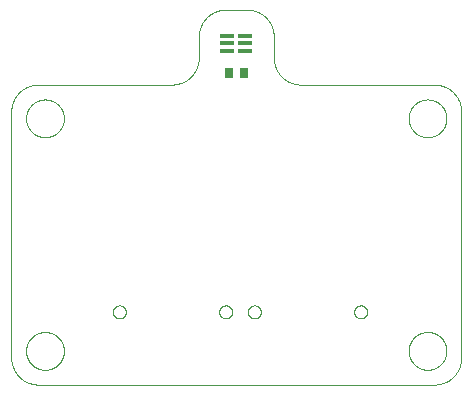
<source format=gbp>
G75*
%MOIN*%
%OFA0B0*%
%FSLAX25Y25*%
%IPPOS*%
%LPD*%
%AMOC8*
5,1,8,0,0,1.08239X$1,22.5*
%
%ADD10C,0.00000*%
%ADD11R,0.04724X0.01378*%
%ADD12R,0.02756X0.03543*%
D10*
X0014550Y0005550D02*
X0146550Y0005550D01*
X0146767Y0005553D01*
X0146985Y0005561D01*
X0147202Y0005574D01*
X0147419Y0005592D01*
X0147635Y0005616D01*
X0147850Y0005644D01*
X0148065Y0005678D01*
X0148279Y0005718D01*
X0148492Y0005762D01*
X0148704Y0005812D01*
X0148914Y0005866D01*
X0149124Y0005926D01*
X0149331Y0005990D01*
X0149537Y0006060D01*
X0149741Y0006135D01*
X0149944Y0006214D01*
X0150144Y0006299D01*
X0150343Y0006388D01*
X0150539Y0006482D01*
X0150733Y0006581D01*
X0150924Y0006684D01*
X0151113Y0006792D01*
X0151299Y0006905D01*
X0151482Y0007022D01*
X0151663Y0007143D01*
X0151840Y0007269D01*
X0152014Y0007399D01*
X0152186Y0007533D01*
X0152354Y0007671D01*
X0152518Y0007813D01*
X0152679Y0007960D01*
X0152837Y0008110D01*
X0152990Y0008263D01*
X0153140Y0008421D01*
X0153287Y0008582D01*
X0153429Y0008746D01*
X0153567Y0008914D01*
X0153701Y0009086D01*
X0153831Y0009260D01*
X0153957Y0009437D01*
X0154078Y0009618D01*
X0154195Y0009801D01*
X0154308Y0009987D01*
X0154416Y0010176D01*
X0154519Y0010367D01*
X0154618Y0010561D01*
X0154712Y0010757D01*
X0154801Y0010956D01*
X0154886Y0011156D01*
X0154965Y0011359D01*
X0155040Y0011563D01*
X0155110Y0011769D01*
X0155174Y0011976D01*
X0155234Y0012186D01*
X0155288Y0012396D01*
X0155338Y0012608D01*
X0155382Y0012821D01*
X0155422Y0013035D01*
X0155456Y0013250D01*
X0155484Y0013465D01*
X0155508Y0013681D01*
X0155526Y0013898D01*
X0155539Y0014115D01*
X0155547Y0014333D01*
X0155550Y0014550D01*
X0155550Y0096550D01*
X0155547Y0096767D01*
X0155539Y0096985D01*
X0155526Y0097202D01*
X0155508Y0097419D01*
X0155484Y0097635D01*
X0155456Y0097850D01*
X0155422Y0098065D01*
X0155382Y0098279D01*
X0155338Y0098492D01*
X0155288Y0098704D01*
X0155234Y0098914D01*
X0155174Y0099124D01*
X0155110Y0099331D01*
X0155040Y0099537D01*
X0154965Y0099741D01*
X0154886Y0099944D01*
X0154801Y0100144D01*
X0154712Y0100343D01*
X0154618Y0100539D01*
X0154519Y0100733D01*
X0154416Y0100924D01*
X0154308Y0101113D01*
X0154195Y0101299D01*
X0154078Y0101482D01*
X0153957Y0101663D01*
X0153831Y0101840D01*
X0153701Y0102014D01*
X0153567Y0102186D01*
X0153429Y0102354D01*
X0153287Y0102518D01*
X0153140Y0102679D01*
X0152990Y0102837D01*
X0152837Y0102990D01*
X0152679Y0103140D01*
X0152518Y0103287D01*
X0152354Y0103429D01*
X0152186Y0103567D01*
X0152014Y0103701D01*
X0151840Y0103831D01*
X0151663Y0103957D01*
X0151482Y0104078D01*
X0151299Y0104195D01*
X0151113Y0104308D01*
X0150924Y0104416D01*
X0150733Y0104519D01*
X0150539Y0104618D01*
X0150343Y0104712D01*
X0150144Y0104801D01*
X0149944Y0104886D01*
X0149741Y0104965D01*
X0149537Y0105040D01*
X0149331Y0105110D01*
X0149124Y0105174D01*
X0148914Y0105234D01*
X0148704Y0105288D01*
X0148492Y0105338D01*
X0148279Y0105382D01*
X0148065Y0105422D01*
X0147850Y0105456D01*
X0147635Y0105484D01*
X0147419Y0105508D01*
X0147202Y0105526D01*
X0146985Y0105539D01*
X0146767Y0105547D01*
X0146550Y0105550D01*
X0102050Y0105550D01*
X0101833Y0105553D01*
X0101615Y0105561D01*
X0101398Y0105574D01*
X0101181Y0105592D01*
X0100965Y0105616D01*
X0100750Y0105644D01*
X0100535Y0105678D01*
X0100321Y0105718D01*
X0100108Y0105762D01*
X0099896Y0105812D01*
X0099686Y0105866D01*
X0099476Y0105926D01*
X0099269Y0105990D01*
X0099063Y0106060D01*
X0098859Y0106135D01*
X0098656Y0106214D01*
X0098456Y0106299D01*
X0098257Y0106388D01*
X0098061Y0106482D01*
X0097867Y0106581D01*
X0097676Y0106684D01*
X0097487Y0106792D01*
X0097301Y0106905D01*
X0097118Y0107022D01*
X0096937Y0107143D01*
X0096760Y0107269D01*
X0096586Y0107399D01*
X0096414Y0107533D01*
X0096246Y0107671D01*
X0096082Y0107813D01*
X0095921Y0107960D01*
X0095763Y0108110D01*
X0095610Y0108263D01*
X0095460Y0108421D01*
X0095313Y0108582D01*
X0095171Y0108746D01*
X0095033Y0108914D01*
X0094899Y0109086D01*
X0094769Y0109260D01*
X0094643Y0109437D01*
X0094522Y0109618D01*
X0094405Y0109801D01*
X0094292Y0109987D01*
X0094184Y0110176D01*
X0094081Y0110367D01*
X0093982Y0110561D01*
X0093888Y0110757D01*
X0093799Y0110956D01*
X0093714Y0111156D01*
X0093635Y0111359D01*
X0093560Y0111563D01*
X0093490Y0111769D01*
X0093426Y0111976D01*
X0093366Y0112186D01*
X0093312Y0112396D01*
X0093262Y0112608D01*
X0093218Y0112821D01*
X0093178Y0113035D01*
X0093144Y0113250D01*
X0093116Y0113465D01*
X0093092Y0113681D01*
X0093074Y0113898D01*
X0093061Y0114115D01*
X0093053Y0114333D01*
X0093050Y0114550D01*
X0093050Y0121550D01*
X0093047Y0121767D01*
X0093039Y0121985D01*
X0093026Y0122202D01*
X0093008Y0122419D01*
X0092984Y0122635D01*
X0092956Y0122850D01*
X0092922Y0123065D01*
X0092882Y0123279D01*
X0092838Y0123492D01*
X0092788Y0123704D01*
X0092734Y0123914D01*
X0092674Y0124124D01*
X0092610Y0124331D01*
X0092540Y0124537D01*
X0092465Y0124741D01*
X0092386Y0124944D01*
X0092301Y0125144D01*
X0092212Y0125343D01*
X0092118Y0125539D01*
X0092019Y0125733D01*
X0091916Y0125924D01*
X0091808Y0126113D01*
X0091695Y0126299D01*
X0091578Y0126482D01*
X0091457Y0126663D01*
X0091331Y0126840D01*
X0091201Y0127014D01*
X0091067Y0127186D01*
X0090929Y0127354D01*
X0090787Y0127518D01*
X0090640Y0127679D01*
X0090490Y0127837D01*
X0090337Y0127990D01*
X0090179Y0128140D01*
X0090018Y0128287D01*
X0089854Y0128429D01*
X0089686Y0128567D01*
X0089514Y0128701D01*
X0089340Y0128831D01*
X0089163Y0128957D01*
X0088982Y0129078D01*
X0088799Y0129195D01*
X0088613Y0129308D01*
X0088424Y0129416D01*
X0088233Y0129519D01*
X0088039Y0129618D01*
X0087843Y0129712D01*
X0087644Y0129801D01*
X0087444Y0129886D01*
X0087241Y0129965D01*
X0087037Y0130040D01*
X0086831Y0130110D01*
X0086624Y0130174D01*
X0086414Y0130234D01*
X0086204Y0130288D01*
X0085992Y0130338D01*
X0085779Y0130382D01*
X0085565Y0130422D01*
X0085350Y0130456D01*
X0085135Y0130484D01*
X0084919Y0130508D01*
X0084702Y0130526D01*
X0084485Y0130539D01*
X0084267Y0130547D01*
X0084050Y0130550D01*
X0077050Y0130550D01*
X0076833Y0130547D01*
X0076615Y0130539D01*
X0076398Y0130526D01*
X0076181Y0130508D01*
X0075965Y0130484D01*
X0075750Y0130456D01*
X0075535Y0130422D01*
X0075321Y0130382D01*
X0075108Y0130338D01*
X0074896Y0130288D01*
X0074686Y0130234D01*
X0074476Y0130174D01*
X0074269Y0130110D01*
X0074063Y0130040D01*
X0073859Y0129965D01*
X0073656Y0129886D01*
X0073456Y0129801D01*
X0073257Y0129712D01*
X0073061Y0129618D01*
X0072867Y0129519D01*
X0072676Y0129416D01*
X0072487Y0129308D01*
X0072301Y0129195D01*
X0072118Y0129078D01*
X0071937Y0128957D01*
X0071760Y0128831D01*
X0071586Y0128701D01*
X0071414Y0128567D01*
X0071246Y0128429D01*
X0071082Y0128287D01*
X0070921Y0128140D01*
X0070763Y0127990D01*
X0070610Y0127837D01*
X0070460Y0127679D01*
X0070313Y0127518D01*
X0070171Y0127354D01*
X0070033Y0127186D01*
X0069899Y0127014D01*
X0069769Y0126840D01*
X0069643Y0126663D01*
X0069522Y0126482D01*
X0069405Y0126299D01*
X0069292Y0126113D01*
X0069184Y0125924D01*
X0069081Y0125733D01*
X0068982Y0125539D01*
X0068888Y0125343D01*
X0068799Y0125144D01*
X0068714Y0124944D01*
X0068635Y0124741D01*
X0068560Y0124537D01*
X0068490Y0124331D01*
X0068426Y0124124D01*
X0068366Y0123914D01*
X0068312Y0123704D01*
X0068262Y0123492D01*
X0068218Y0123279D01*
X0068178Y0123065D01*
X0068144Y0122850D01*
X0068116Y0122635D01*
X0068092Y0122419D01*
X0068074Y0122202D01*
X0068061Y0121985D01*
X0068053Y0121767D01*
X0068050Y0121550D01*
X0068050Y0114550D01*
X0068047Y0114333D01*
X0068039Y0114115D01*
X0068026Y0113898D01*
X0068008Y0113681D01*
X0067984Y0113465D01*
X0067956Y0113250D01*
X0067922Y0113035D01*
X0067882Y0112821D01*
X0067838Y0112608D01*
X0067788Y0112396D01*
X0067734Y0112186D01*
X0067674Y0111976D01*
X0067610Y0111769D01*
X0067540Y0111563D01*
X0067465Y0111359D01*
X0067386Y0111156D01*
X0067301Y0110956D01*
X0067212Y0110757D01*
X0067118Y0110561D01*
X0067019Y0110367D01*
X0066916Y0110176D01*
X0066808Y0109987D01*
X0066695Y0109801D01*
X0066578Y0109618D01*
X0066457Y0109437D01*
X0066331Y0109260D01*
X0066201Y0109086D01*
X0066067Y0108914D01*
X0065929Y0108746D01*
X0065787Y0108582D01*
X0065640Y0108421D01*
X0065490Y0108263D01*
X0065337Y0108110D01*
X0065179Y0107960D01*
X0065018Y0107813D01*
X0064854Y0107671D01*
X0064686Y0107533D01*
X0064514Y0107399D01*
X0064340Y0107269D01*
X0064163Y0107143D01*
X0063982Y0107022D01*
X0063799Y0106905D01*
X0063613Y0106792D01*
X0063424Y0106684D01*
X0063233Y0106581D01*
X0063039Y0106482D01*
X0062843Y0106388D01*
X0062644Y0106299D01*
X0062444Y0106214D01*
X0062241Y0106135D01*
X0062037Y0106060D01*
X0061831Y0105990D01*
X0061624Y0105926D01*
X0061414Y0105866D01*
X0061204Y0105812D01*
X0060992Y0105762D01*
X0060779Y0105718D01*
X0060565Y0105678D01*
X0060350Y0105644D01*
X0060135Y0105616D01*
X0059919Y0105592D01*
X0059702Y0105574D01*
X0059485Y0105561D01*
X0059267Y0105553D01*
X0059050Y0105550D01*
X0014550Y0105550D01*
X0014333Y0105547D01*
X0014115Y0105539D01*
X0013898Y0105526D01*
X0013681Y0105508D01*
X0013465Y0105484D01*
X0013250Y0105456D01*
X0013035Y0105422D01*
X0012821Y0105382D01*
X0012608Y0105338D01*
X0012396Y0105288D01*
X0012186Y0105234D01*
X0011976Y0105174D01*
X0011769Y0105110D01*
X0011563Y0105040D01*
X0011359Y0104965D01*
X0011156Y0104886D01*
X0010956Y0104801D01*
X0010757Y0104712D01*
X0010561Y0104618D01*
X0010367Y0104519D01*
X0010176Y0104416D01*
X0009987Y0104308D01*
X0009801Y0104195D01*
X0009618Y0104078D01*
X0009437Y0103957D01*
X0009260Y0103831D01*
X0009086Y0103701D01*
X0008914Y0103567D01*
X0008746Y0103429D01*
X0008582Y0103287D01*
X0008421Y0103140D01*
X0008263Y0102990D01*
X0008110Y0102837D01*
X0007960Y0102679D01*
X0007813Y0102518D01*
X0007671Y0102354D01*
X0007533Y0102186D01*
X0007399Y0102014D01*
X0007269Y0101840D01*
X0007143Y0101663D01*
X0007022Y0101482D01*
X0006905Y0101299D01*
X0006792Y0101113D01*
X0006684Y0100924D01*
X0006581Y0100733D01*
X0006482Y0100539D01*
X0006388Y0100343D01*
X0006299Y0100144D01*
X0006214Y0099944D01*
X0006135Y0099741D01*
X0006060Y0099537D01*
X0005990Y0099331D01*
X0005926Y0099124D01*
X0005866Y0098914D01*
X0005812Y0098704D01*
X0005762Y0098492D01*
X0005718Y0098279D01*
X0005678Y0098065D01*
X0005644Y0097850D01*
X0005616Y0097635D01*
X0005592Y0097419D01*
X0005574Y0097202D01*
X0005561Y0096985D01*
X0005553Y0096767D01*
X0005550Y0096550D01*
X0005550Y0014550D01*
X0005553Y0014333D01*
X0005561Y0014115D01*
X0005574Y0013898D01*
X0005592Y0013681D01*
X0005616Y0013465D01*
X0005644Y0013250D01*
X0005678Y0013035D01*
X0005718Y0012821D01*
X0005762Y0012608D01*
X0005812Y0012396D01*
X0005866Y0012186D01*
X0005926Y0011976D01*
X0005990Y0011769D01*
X0006060Y0011563D01*
X0006135Y0011359D01*
X0006214Y0011156D01*
X0006299Y0010956D01*
X0006388Y0010757D01*
X0006482Y0010561D01*
X0006581Y0010367D01*
X0006684Y0010176D01*
X0006792Y0009987D01*
X0006905Y0009801D01*
X0007022Y0009618D01*
X0007143Y0009437D01*
X0007269Y0009260D01*
X0007399Y0009086D01*
X0007533Y0008914D01*
X0007671Y0008746D01*
X0007813Y0008582D01*
X0007960Y0008421D01*
X0008110Y0008263D01*
X0008263Y0008110D01*
X0008421Y0007960D01*
X0008582Y0007813D01*
X0008746Y0007671D01*
X0008914Y0007533D01*
X0009086Y0007399D01*
X0009260Y0007269D01*
X0009437Y0007143D01*
X0009618Y0007022D01*
X0009801Y0006905D01*
X0009987Y0006792D01*
X0010176Y0006684D01*
X0010367Y0006581D01*
X0010561Y0006482D01*
X0010757Y0006388D01*
X0010956Y0006299D01*
X0011156Y0006214D01*
X0011359Y0006135D01*
X0011563Y0006060D01*
X0011769Y0005990D01*
X0011976Y0005926D01*
X0012186Y0005866D01*
X0012396Y0005812D01*
X0012608Y0005762D01*
X0012821Y0005718D01*
X0013035Y0005678D01*
X0013250Y0005644D01*
X0013465Y0005616D01*
X0013681Y0005592D01*
X0013898Y0005574D01*
X0014115Y0005561D01*
X0014333Y0005553D01*
X0014550Y0005550D01*
X0010501Y0016800D02*
X0010503Y0016958D01*
X0010509Y0017116D01*
X0010519Y0017274D01*
X0010533Y0017432D01*
X0010551Y0017589D01*
X0010572Y0017746D01*
X0010598Y0017902D01*
X0010628Y0018058D01*
X0010661Y0018213D01*
X0010699Y0018366D01*
X0010740Y0018519D01*
X0010785Y0018671D01*
X0010834Y0018822D01*
X0010887Y0018971D01*
X0010943Y0019119D01*
X0011003Y0019265D01*
X0011067Y0019410D01*
X0011135Y0019553D01*
X0011206Y0019695D01*
X0011280Y0019835D01*
X0011358Y0019972D01*
X0011440Y0020108D01*
X0011524Y0020242D01*
X0011613Y0020373D01*
X0011704Y0020502D01*
X0011799Y0020629D01*
X0011896Y0020754D01*
X0011997Y0020876D01*
X0012101Y0020995D01*
X0012208Y0021112D01*
X0012318Y0021226D01*
X0012431Y0021337D01*
X0012546Y0021446D01*
X0012664Y0021551D01*
X0012785Y0021653D01*
X0012908Y0021753D01*
X0013034Y0021849D01*
X0013162Y0021942D01*
X0013292Y0022032D01*
X0013425Y0022118D01*
X0013560Y0022202D01*
X0013696Y0022281D01*
X0013835Y0022358D01*
X0013976Y0022430D01*
X0014118Y0022500D01*
X0014262Y0022565D01*
X0014408Y0022627D01*
X0014555Y0022685D01*
X0014704Y0022740D01*
X0014854Y0022791D01*
X0015005Y0022838D01*
X0015157Y0022881D01*
X0015310Y0022920D01*
X0015465Y0022956D01*
X0015620Y0022987D01*
X0015776Y0023015D01*
X0015932Y0023039D01*
X0016089Y0023059D01*
X0016247Y0023075D01*
X0016404Y0023087D01*
X0016563Y0023095D01*
X0016721Y0023099D01*
X0016879Y0023099D01*
X0017037Y0023095D01*
X0017196Y0023087D01*
X0017353Y0023075D01*
X0017511Y0023059D01*
X0017668Y0023039D01*
X0017824Y0023015D01*
X0017980Y0022987D01*
X0018135Y0022956D01*
X0018290Y0022920D01*
X0018443Y0022881D01*
X0018595Y0022838D01*
X0018746Y0022791D01*
X0018896Y0022740D01*
X0019045Y0022685D01*
X0019192Y0022627D01*
X0019338Y0022565D01*
X0019482Y0022500D01*
X0019624Y0022430D01*
X0019765Y0022358D01*
X0019904Y0022281D01*
X0020040Y0022202D01*
X0020175Y0022118D01*
X0020308Y0022032D01*
X0020438Y0021942D01*
X0020566Y0021849D01*
X0020692Y0021753D01*
X0020815Y0021653D01*
X0020936Y0021551D01*
X0021054Y0021446D01*
X0021169Y0021337D01*
X0021282Y0021226D01*
X0021392Y0021112D01*
X0021499Y0020995D01*
X0021603Y0020876D01*
X0021704Y0020754D01*
X0021801Y0020629D01*
X0021896Y0020502D01*
X0021987Y0020373D01*
X0022076Y0020242D01*
X0022160Y0020108D01*
X0022242Y0019972D01*
X0022320Y0019835D01*
X0022394Y0019695D01*
X0022465Y0019553D01*
X0022533Y0019410D01*
X0022597Y0019265D01*
X0022657Y0019119D01*
X0022713Y0018971D01*
X0022766Y0018822D01*
X0022815Y0018671D01*
X0022860Y0018519D01*
X0022901Y0018366D01*
X0022939Y0018213D01*
X0022972Y0018058D01*
X0023002Y0017902D01*
X0023028Y0017746D01*
X0023049Y0017589D01*
X0023067Y0017432D01*
X0023081Y0017274D01*
X0023091Y0017116D01*
X0023097Y0016958D01*
X0023099Y0016800D01*
X0023097Y0016642D01*
X0023091Y0016484D01*
X0023081Y0016326D01*
X0023067Y0016168D01*
X0023049Y0016011D01*
X0023028Y0015854D01*
X0023002Y0015698D01*
X0022972Y0015542D01*
X0022939Y0015387D01*
X0022901Y0015234D01*
X0022860Y0015081D01*
X0022815Y0014929D01*
X0022766Y0014778D01*
X0022713Y0014629D01*
X0022657Y0014481D01*
X0022597Y0014335D01*
X0022533Y0014190D01*
X0022465Y0014047D01*
X0022394Y0013905D01*
X0022320Y0013765D01*
X0022242Y0013628D01*
X0022160Y0013492D01*
X0022076Y0013358D01*
X0021987Y0013227D01*
X0021896Y0013098D01*
X0021801Y0012971D01*
X0021704Y0012846D01*
X0021603Y0012724D01*
X0021499Y0012605D01*
X0021392Y0012488D01*
X0021282Y0012374D01*
X0021169Y0012263D01*
X0021054Y0012154D01*
X0020936Y0012049D01*
X0020815Y0011947D01*
X0020692Y0011847D01*
X0020566Y0011751D01*
X0020438Y0011658D01*
X0020308Y0011568D01*
X0020175Y0011482D01*
X0020040Y0011398D01*
X0019904Y0011319D01*
X0019765Y0011242D01*
X0019624Y0011170D01*
X0019482Y0011100D01*
X0019338Y0011035D01*
X0019192Y0010973D01*
X0019045Y0010915D01*
X0018896Y0010860D01*
X0018746Y0010809D01*
X0018595Y0010762D01*
X0018443Y0010719D01*
X0018290Y0010680D01*
X0018135Y0010644D01*
X0017980Y0010613D01*
X0017824Y0010585D01*
X0017668Y0010561D01*
X0017511Y0010541D01*
X0017353Y0010525D01*
X0017196Y0010513D01*
X0017037Y0010505D01*
X0016879Y0010501D01*
X0016721Y0010501D01*
X0016563Y0010505D01*
X0016404Y0010513D01*
X0016247Y0010525D01*
X0016089Y0010541D01*
X0015932Y0010561D01*
X0015776Y0010585D01*
X0015620Y0010613D01*
X0015465Y0010644D01*
X0015310Y0010680D01*
X0015157Y0010719D01*
X0015005Y0010762D01*
X0014854Y0010809D01*
X0014704Y0010860D01*
X0014555Y0010915D01*
X0014408Y0010973D01*
X0014262Y0011035D01*
X0014118Y0011100D01*
X0013976Y0011170D01*
X0013835Y0011242D01*
X0013696Y0011319D01*
X0013560Y0011398D01*
X0013425Y0011482D01*
X0013292Y0011568D01*
X0013162Y0011658D01*
X0013034Y0011751D01*
X0012908Y0011847D01*
X0012785Y0011947D01*
X0012664Y0012049D01*
X0012546Y0012154D01*
X0012431Y0012263D01*
X0012318Y0012374D01*
X0012208Y0012488D01*
X0012101Y0012605D01*
X0011997Y0012724D01*
X0011896Y0012846D01*
X0011799Y0012971D01*
X0011704Y0013098D01*
X0011613Y0013227D01*
X0011524Y0013358D01*
X0011440Y0013492D01*
X0011358Y0013628D01*
X0011280Y0013765D01*
X0011206Y0013905D01*
X0011135Y0014047D01*
X0011067Y0014190D01*
X0011003Y0014335D01*
X0010943Y0014481D01*
X0010887Y0014629D01*
X0010834Y0014778D01*
X0010785Y0014929D01*
X0010740Y0015081D01*
X0010699Y0015234D01*
X0010661Y0015387D01*
X0010628Y0015542D01*
X0010598Y0015698D01*
X0010572Y0015854D01*
X0010551Y0016011D01*
X0010533Y0016168D01*
X0010519Y0016326D01*
X0010509Y0016484D01*
X0010503Y0016642D01*
X0010501Y0016800D01*
X0039418Y0029782D02*
X0039420Y0029875D01*
X0039426Y0029967D01*
X0039436Y0030059D01*
X0039450Y0030150D01*
X0039467Y0030241D01*
X0039489Y0030331D01*
X0039514Y0030420D01*
X0039543Y0030508D01*
X0039576Y0030594D01*
X0039613Y0030679D01*
X0039653Y0030763D01*
X0039697Y0030844D01*
X0039744Y0030924D01*
X0039794Y0031002D01*
X0039848Y0031077D01*
X0039905Y0031150D01*
X0039965Y0031220D01*
X0040028Y0031288D01*
X0040094Y0031353D01*
X0040162Y0031415D01*
X0040233Y0031475D01*
X0040307Y0031531D01*
X0040383Y0031584D01*
X0040461Y0031633D01*
X0040541Y0031680D01*
X0040623Y0031722D01*
X0040707Y0031762D01*
X0040792Y0031797D01*
X0040879Y0031829D01*
X0040967Y0031858D01*
X0041056Y0031882D01*
X0041146Y0031903D01*
X0041237Y0031919D01*
X0041329Y0031932D01*
X0041421Y0031941D01*
X0041514Y0031946D01*
X0041606Y0031947D01*
X0041699Y0031944D01*
X0041791Y0031937D01*
X0041883Y0031926D01*
X0041974Y0031911D01*
X0042065Y0031893D01*
X0042155Y0031870D01*
X0042243Y0031844D01*
X0042331Y0031814D01*
X0042417Y0031780D01*
X0042501Y0031743D01*
X0042584Y0031701D01*
X0042665Y0031657D01*
X0042745Y0031609D01*
X0042822Y0031558D01*
X0042896Y0031503D01*
X0042969Y0031445D01*
X0043039Y0031385D01*
X0043106Y0031321D01*
X0043170Y0031255D01*
X0043232Y0031185D01*
X0043290Y0031114D01*
X0043345Y0031040D01*
X0043397Y0030963D01*
X0043446Y0030884D01*
X0043492Y0030804D01*
X0043534Y0030721D01*
X0043572Y0030637D01*
X0043607Y0030551D01*
X0043638Y0030464D01*
X0043665Y0030376D01*
X0043688Y0030286D01*
X0043708Y0030196D01*
X0043724Y0030105D01*
X0043736Y0030013D01*
X0043744Y0029921D01*
X0043748Y0029828D01*
X0043748Y0029736D01*
X0043744Y0029643D01*
X0043736Y0029551D01*
X0043724Y0029459D01*
X0043708Y0029368D01*
X0043688Y0029278D01*
X0043665Y0029188D01*
X0043638Y0029100D01*
X0043607Y0029013D01*
X0043572Y0028927D01*
X0043534Y0028843D01*
X0043492Y0028760D01*
X0043446Y0028680D01*
X0043397Y0028601D01*
X0043345Y0028524D01*
X0043290Y0028450D01*
X0043232Y0028379D01*
X0043170Y0028309D01*
X0043106Y0028243D01*
X0043039Y0028179D01*
X0042969Y0028119D01*
X0042896Y0028061D01*
X0042822Y0028006D01*
X0042745Y0027955D01*
X0042666Y0027907D01*
X0042584Y0027863D01*
X0042501Y0027821D01*
X0042417Y0027784D01*
X0042331Y0027750D01*
X0042243Y0027720D01*
X0042155Y0027694D01*
X0042065Y0027671D01*
X0041974Y0027653D01*
X0041883Y0027638D01*
X0041791Y0027627D01*
X0041699Y0027620D01*
X0041606Y0027617D01*
X0041514Y0027618D01*
X0041421Y0027623D01*
X0041329Y0027632D01*
X0041237Y0027645D01*
X0041146Y0027661D01*
X0041056Y0027682D01*
X0040967Y0027706D01*
X0040879Y0027735D01*
X0040792Y0027767D01*
X0040707Y0027802D01*
X0040623Y0027842D01*
X0040541Y0027884D01*
X0040461Y0027931D01*
X0040383Y0027980D01*
X0040307Y0028033D01*
X0040233Y0028089D01*
X0040162Y0028149D01*
X0040094Y0028211D01*
X0040028Y0028276D01*
X0039965Y0028344D01*
X0039905Y0028414D01*
X0039848Y0028487D01*
X0039794Y0028562D01*
X0039744Y0028640D01*
X0039697Y0028720D01*
X0039653Y0028801D01*
X0039613Y0028885D01*
X0039576Y0028970D01*
X0039543Y0029056D01*
X0039514Y0029144D01*
X0039489Y0029233D01*
X0039467Y0029323D01*
X0039450Y0029414D01*
X0039436Y0029505D01*
X0039426Y0029597D01*
X0039420Y0029689D01*
X0039418Y0029782D01*
X0074852Y0029782D02*
X0074854Y0029875D01*
X0074860Y0029967D01*
X0074870Y0030059D01*
X0074884Y0030150D01*
X0074901Y0030241D01*
X0074923Y0030331D01*
X0074948Y0030420D01*
X0074977Y0030508D01*
X0075010Y0030594D01*
X0075047Y0030679D01*
X0075087Y0030763D01*
X0075131Y0030844D01*
X0075178Y0030924D01*
X0075228Y0031002D01*
X0075282Y0031077D01*
X0075339Y0031150D01*
X0075399Y0031220D01*
X0075462Y0031288D01*
X0075528Y0031353D01*
X0075596Y0031415D01*
X0075667Y0031475D01*
X0075741Y0031531D01*
X0075817Y0031584D01*
X0075895Y0031633D01*
X0075975Y0031680D01*
X0076057Y0031722D01*
X0076141Y0031762D01*
X0076226Y0031797D01*
X0076313Y0031829D01*
X0076401Y0031858D01*
X0076490Y0031882D01*
X0076580Y0031903D01*
X0076671Y0031919D01*
X0076763Y0031932D01*
X0076855Y0031941D01*
X0076948Y0031946D01*
X0077040Y0031947D01*
X0077133Y0031944D01*
X0077225Y0031937D01*
X0077317Y0031926D01*
X0077408Y0031911D01*
X0077499Y0031893D01*
X0077589Y0031870D01*
X0077677Y0031844D01*
X0077765Y0031814D01*
X0077851Y0031780D01*
X0077935Y0031743D01*
X0078018Y0031701D01*
X0078099Y0031657D01*
X0078179Y0031609D01*
X0078256Y0031558D01*
X0078330Y0031503D01*
X0078403Y0031445D01*
X0078473Y0031385D01*
X0078540Y0031321D01*
X0078604Y0031255D01*
X0078666Y0031185D01*
X0078724Y0031114D01*
X0078779Y0031040D01*
X0078831Y0030963D01*
X0078880Y0030884D01*
X0078926Y0030804D01*
X0078968Y0030721D01*
X0079006Y0030637D01*
X0079041Y0030551D01*
X0079072Y0030464D01*
X0079099Y0030376D01*
X0079122Y0030286D01*
X0079142Y0030196D01*
X0079158Y0030105D01*
X0079170Y0030013D01*
X0079178Y0029921D01*
X0079182Y0029828D01*
X0079182Y0029736D01*
X0079178Y0029643D01*
X0079170Y0029551D01*
X0079158Y0029459D01*
X0079142Y0029368D01*
X0079122Y0029278D01*
X0079099Y0029188D01*
X0079072Y0029100D01*
X0079041Y0029013D01*
X0079006Y0028927D01*
X0078968Y0028843D01*
X0078926Y0028760D01*
X0078880Y0028680D01*
X0078831Y0028601D01*
X0078779Y0028524D01*
X0078724Y0028450D01*
X0078666Y0028379D01*
X0078604Y0028309D01*
X0078540Y0028243D01*
X0078473Y0028179D01*
X0078403Y0028119D01*
X0078330Y0028061D01*
X0078256Y0028006D01*
X0078179Y0027955D01*
X0078100Y0027907D01*
X0078018Y0027863D01*
X0077935Y0027821D01*
X0077851Y0027784D01*
X0077765Y0027750D01*
X0077677Y0027720D01*
X0077589Y0027694D01*
X0077499Y0027671D01*
X0077408Y0027653D01*
X0077317Y0027638D01*
X0077225Y0027627D01*
X0077133Y0027620D01*
X0077040Y0027617D01*
X0076948Y0027618D01*
X0076855Y0027623D01*
X0076763Y0027632D01*
X0076671Y0027645D01*
X0076580Y0027661D01*
X0076490Y0027682D01*
X0076401Y0027706D01*
X0076313Y0027735D01*
X0076226Y0027767D01*
X0076141Y0027802D01*
X0076057Y0027842D01*
X0075975Y0027884D01*
X0075895Y0027931D01*
X0075817Y0027980D01*
X0075741Y0028033D01*
X0075667Y0028089D01*
X0075596Y0028149D01*
X0075528Y0028211D01*
X0075462Y0028276D01*
X0075399Y0028344D01*
X0075339Y0028414D01*
X0075282Y0028487D01*
X0075228Y0028562D01*
X0075178Y0028640D01*
X0075131Y0028720D01*
X0075087Y0028801D01*
X0075047Y0028885D01*
X0075010Y0028970D01*
X0074977Y0029056D01*
X0074948Y0029144D01*
X0074923Y0029233D01*
X0074901Y0029323D01*
X0074884Y0029414D01*
X0074870Y0029505D01*
X0074860Y0029597D01*
X0074854Y0029689D01*
X0074852Y0029782D01*
X0084418Y0029782D02*
X0084420Y0029875D01*
X0084426Y0029967D01*
X0084436Y0030059D01*
X0084450Y0030150D01*
X0084467Y0030241D01*
X0084489Y0030331D01*
X0084514Y0030420D01*
X0084543Y0030508D01*
X0084576Y0030594D01*
X0084613Y0030679D01*
X0084653Y0030763D01*
X0084697Y0030844D01*
X0084744Y0030924D01*
X0084794Y0031002D01*
X0084848Y0031077D01*
X0084905Y0031150D01*
X0084965Y0031220D01*
X0085028Y0031288D01*
X0085094Y0031353D01*
X0085162Y0031415D01*
X0085233Y0031475D01*
X0085307Y0031531D01*
X0085383Y0031584D01*
X0085461Y0031633D01*
X0085541Y0031680D01*
X0085623Y0031722D01*
X0085707Y0031762D01*
X0085792Y0031797D01*
X0085879Y0031829D01*
X0085967Y0031858D01*
X0086056Y0031882D01*
X0086146Y0031903D01*
X0086237Y0031919D01*
X0086329Y0031932D01*
X0086421Y0031941D01*
X0086514Y0031946D01*
X0086606Y0031947D01*
X0086699Y0031944D01*
X0086791Y0031937D01*
X0086883Y0031926D01*
X0086974Y0031911D01*
X0087065Y0031893D01*
X0087155Y0031870D01*
X0087243Y0031844D01*
X0087331Y0031814D01*
X0087417Y0031780D01*
X0087501Y0031743D01*
X0087584Y0031701D01*
X0087665Y0031657D01*
X0087745Y0031609D01*
X0087822Y0031558D01*
X0087896Y0031503D01*
X0087969Y0031445D01*
X0088039Y0031385D01*
X0088106Y0031321D01*
X0088170Y0031255D01*
X0088232Y0031185D01*
X0088290Y0031114D01*
X0088345Y0031040D01*
X0088397Y0030963D01*
X0088446Y0030884D01*
X0088492Y0030804D01*
X0088534Y0030721D01*
X0088572Y0030637D01*
X0088607Y0030551D01*
X0088638Y0030464D01*
X0088665Y0030376D01*
X0088688Y0030286D01*
X0088708Y0030196D01*
X0088724Y0030105D01*
X0088736Y0030013D01*
X0088744Y0029921D01*
X0088748Y0029828D01*
X0088748Y0029736D01*
X0088744Y0029643D01*
X0088736Y0029551D01*
X0088724Y0029459D01*
X0088708Y0029368D01*
X0088688Y0029278D01*
X0088665Y0029188D01*
X0088638Y0029100D01*
X0088607Y0029013D01*
X0088572Y0028927D01*
X0088534Y0028843D01*
X0088492Y0028760D01*
X0088446Y0028680D01*
X0088397Y0028601D01*
X0088345Y0028524D01*
X0088290Y0028450D01*
X0088232Y0028379D01*
X0088170Y0028309D01*
X0088106Y0028243D01*
X0088039Y0028179D01*
X0087969Y0028119D01*
X0087896Y0028061D01*
X0087822Y0028006D01*
X0087745Y0027955D01*
X0087666Y0027907D01*
X0087584Y0027863D01*
X0087501Y0027821D01*
X0087417Y0027784D01*
X0087331Y0027750D01*
X0087243Y0027720D01*
X0087155Y0027694D01*
X0087065Y0027671D01*
X0086974Y0027653D01*
X0086883Y0027638D01*
X0086791Y0027627D01*
X0086699Y0027620D01*
X0086606Y0027617D01*
X0086514Y0027618D01*
X0086421Y0027623D01*
X0086329Y0027632D01*
X0086237Y0027645D01*
X0086146Y0027661D01*
X0086056Y0027682D01*
X0085967Y0027706D01*
X0085879Y0027735D01*
X0085792Y0027767D01*
X0085707Y0027802D01*
X0085623Y0027842D01*
X0085541Y0027884D01*
X0085461Y0027931D01*
X0085383Y0027980D01*
X0085307Y0028033D01*
X0085233Y0028089D01*
X0085162Y0028149D01*
X0085094Y0028211D01*
X0085028Y0028276D01*
X0084965Y0028344D01*
X0084905Y0028414D01*
X0084848Y0028487D01*
X0084794Y0028562D01*
X0084744Y0028640D01*
X0084697Y0028720D01*
X0084653Y0028801D01*
X0084613Y0028885D01*
X0084576Y0028970D01*
X0084543Y0029056D01*
X0084514Y0029144D01*
X0084489Y0029233D01*
X0084467Y0029323D01*
X0084450Y0029414D01*
X0084436Y0029505D01*
X0084426Y0029597D01*
X0084420Y0029689D01*
X0084418Y0029782D01*
X0119852Y0029782D02*
X0119854Y0029875D01*
X0119860Y0029967D01*
X0119870Y0030059D01*
X0119884Y0030150D01*
X0119901Y0030241D01*
X0119923Y0030331D01*
X0119948Y0030420D01*
X0119977Y0030508D01*
X0120010Y0030594D01*
X0120047Y0030679D01*
X0120087Y0030763D01*
X0120131Y0030844D01*
X0120178Y0030924D01*
X0120228Y0031002D01*
X0120282Y0031077D01*
X0120339Y0031150D01*
X0120399Y0031220D01*
X0120462Y0031288D01*
X0120528Y0031353D01*
X0120596Y0031415D01*
X0120667Y0031475D01*
X0120741Y0031531D01*
X0120817Y0031584D01*
X0120895Y0031633D01*
X0120975Y0031680D01*
X0121057Y0031722D01*
X0121141Y0031762D01*
X0121226Y0031797D01*
X0121313Y0031829D01*
X0121401Y0031858D01*
X0121490Y0031882D01*
X0121580Y0031903D01*
X0121671Y0031919D01*
X0121763Y0031932D01*
X0121855Y0031941D01*
X0121948Y0031946D01*
X0122040Y0031947D01*
X0122133Y0031944D01*
X0122225Y0031937D01*
X0122317Y0031926D01*
X0122408Y0031911D01*
X0122499Y0031893D01*
X0122589Y0031870D01*
X0122677Y0031844D01*
X0122765Y0031814D01*
X0122851Y0031780D01*
X0122935Y0031743D01*
X0123018Y0031701D01*
X0123099Y0031657D01*
X0123179Y0031609D01*
X0123256Y0031558D01*
X0123330Y0031503D01*
X0123403Y0031445D01*
X0123473Y0031385D01*
X0123540Y0031321D01*
X0123604Y0031255D01*
X0123666Y0031185D01*
X0123724Y0031114D01*
X0123779Y0031040D01*
X0123831Y0030963D01*
X0123880Y0030884D01*
X0123926Y0030804D01*
X0123968Y0030721D01*
X0124006Y0030637D01*
X0124041Y0030551D01*
X0124072Y0030464D01*
X0124099Y0030376D01*
X0124122Y0030286D01*
X0124142Y0030196D01*
X0124158Y0030105D01*
X0124170Y0030013D01*
X0124178Y0029921D01*
X0124182Y0029828D01*
X0124182Y0029736D01*
X0124178Y0029643D01*
X0124170Y0029551D01*
X0124158Y0029459D01*
X0124142Y0029368D01*
X0124122Y0029278D01*
X0124099Y0029188D01*
X0124072Y0029100D01*
X0124041Y0029013D01*
X0124006Y0028927D01*
X0123968Y0028843D01*
X0123926Y0028760D01*
X0123880Y0028680D01*
X0123831Y0028601D01*
X0123779Y0028524D01*
X0123724Y0028450D01*
X0123666Y0028379D01*
X0123604Y0028309D01*
X0123540Y0028243D01*
X0123473Y0028179D01*
X0123403Y0028119D01*
X0123330Y0028061D01*
X0123256Y0028006D01*
X0123179Y0027955D01*
X0123100Y0027907D01*
X0123018Y0027863D01*
X0122935Y0027821D01*
X0122851Y0027784D01*
X0122765Y0027750D01*
X0122677Y0027720D01*
X0122589Y0027694D01*
X0122499Y0027671D01*
X0122408Y0027653D01*
X0122317Y0027638D01*
X0122225Y0027627D01*
X0122133Y0027620D01*
X0122040Y0027617D01*
X0121948Y0027618D01*
X0121855Y0027623D01*
X0121763Y0027632D01*
X0121671Y0027645D01*
X0121580Y0027661D01*
X0121490Y0027682D01*
X0121401Y0027706D01*
X0121313Y0027735D01*
X0121226Y0027767D01*
X0121141Y0027802D01*
X0121057Y0027842D01*
X0120975Y0027884D01*
X0120895Y0027931D01*
X0120817Y0027980D01*
X0120741Y0028033D01*
X0120667Y0028089D01*
X0120596Y0028149D01*
X0120528Y0028211D01*
X0120462Y0028276D01*
X0120399Y0028344D01*
X0120339Y0028414D01*
X0120282Y0028487D01*
X0120228Y0028562D01*
X0120178Y0028640D01*
X0120131Y0028720D01*
X0120087Y0028801D01*
X0120047Y0028885D01*
X0120010Y0028970D01*
X0119977Y0029056D01*
X0119948Y0029144D01*
X0119923Y0029233D01*
X0119901Y0029323D01*
X0119884Y0029414D01*
X0119870Y0029505D01*
X0119860Y0029597D01*
X0119854Y0029689D01*
X0119852Y0029782D01*
X0138001Y0016800D02*
X0138003Y0016958D01*
X0138009Y0017116D01*
X0138019Y0017274D01*
X0138033Y0017432D01*
X0138051Y0017589D01*
X0138072Y0017746D01*
X0138098Y0017902D01*
X0138128Y0018058D01*
X0138161Y0018213D01*
X0138199Y0018366D01*
X0138240Y0018519D01*
X0138285Y0018671D01*
X0138334Y0018822D01*
X0138387Y0018971D01*
X0138443Y0019119D01*
X0138503Y0019265D01*
X0138567Y0019410D01*
X0138635Y0019553D01*
X0138706Y0019695D01*
X0138780Y0019835D01*
X0138858Y0019972D01*
X0138940Y0020108D01*
X0139024Y0020242D01*
X0139113Y0020373D01*
X0139204Y0020502D01*
X0139299Y0020629D01*
X0139396Y0020754D01*
X0139497Y0020876D01*
X0139601Y0020995D01*
X0139708Y0021112D01*
X0139818Y0021226D01*
X0139931Y0021337D01*
X0140046Y0021446D01*
X0140164Y0021551D01*
X0140285Y0021653D01*
X0140408Y0021753D01*
X0140534Y0021849D01*
X0140662Y0021942D01*
X0140792Y0022032D01*
X0140925Y0022118D01*
X0141060Y0022202D01*
X0141196Y0022281D01*
X0141335Y0022358D01*
X0141476Y0022430D01*
X0141618Y0022500D01*
X0141762Y0022565D01*
X0141908Y0022627D01*
X0142055Y0022685D01*
X0142204Y0022740D01*
X0142354Y0022791D01*
X0142505Y0022838D01*
X0142657Y0022881D01*
X0142810Y0022920D01*
X0142965Y0022956D01*
X0143120Y0022987D01*
X0143276Y0023015D01*
X0143432Y0023039D01*
X0143589Y0023059D01*
X0143747Y0023075D01*
X0143904Y0023087D01*
X0144063Y0023095D01*
X0144221Y0023099D01*
X0144379Y0023099D01*
X0144537Y0023095D01*
X0144696Y0023087D01*
X0144853Y0023075D01*
X0145011Y0023059D01*
X0145168Y0023039D01*
X0145324Y0023015D01*
X0145480Y0022987D01*
X0145635Y0022956D01*
X0145790Y0022920D01*
X0145943Y0022881D01*
X0146095Y0022838D01*
X0146246Y0022791D01*
X0146396Y0022740D01*
X0146545Y0022685D01*
X0146692Y0022627D01*
X0146838Y0022565D01*
X0146982Y0022500D01*
X0147124Y0022430D01*
X0147265Y0022358D01*
X0147404Y0022281D01*
X0147540Y0022202D01*
X0147675Y0022118D01*
X0147808Y0022032D01*
X0147938Y0021942D01*
X0148066Y0021849D01*
X0148192Y0021753D01*
X0148315Y0021653D01*
X0148436Y0021551D01*
X0148554Y0021446D01*
X0148669Y0021337D01*
X0148782Y0021226D01*
X0148892Y0021112D01*
X0148999Y0020995D01*
X0149103Y0020876D01*
X0149204Y0020754D01*
X0149301Y0020629D01*
X0149396Y0020502D01*
X0149487Y0020373D01*
X0149576Y0020242D01*
X0149660Y0020108D01*
X0149742Y0019972D01*
X0149820Y0019835D01*
X0149894Y0019695D01*
X0149965Y0019553D01*
X0150033Y0019410D01*
X0150097Y0019265D01*
X0150157Y0019119D01*
X0150213Y0018971D01*
X0150266Y0018822D01*
X0150315Y0018671D01*
X0150360Y0018519D01*
X0150401Y0018366D01*
X0150439Y0018213D01*
X0150472Y0018058D01*
X0150502Y0017902D01*
X0150528Y0017746D01*
X0150549Y0017589D01*
X0150567Y0017432D01*
X0150581Y0017274D01*
X0150591Y0017116D01*
X0150597Y0016958D01*
X0150599Y0016800D01*
X0150597Y0016642D01*
X0150591Y0016484D01*
X0150581Y0016326D01*
X0150567Y0016168D01*
X0150549Y0016011D01*
X0150528Y0015854D01*
X0150502Y0015698D01*
X0150472Y0015542D01*
X0150439Y0015387D01*
X0150401Y0015234D01*
X0150360Y0015081D01*
X0150315Y0014929D01*
X0150266Y0014778D01*
X0150213Y0014629D01*
X0150157Y0014481D01*
X0150097Y0014335D01*
X0150033Y0014190D01*
X0149965Y0014047D01*
X0149894Y0013905D01*
X0149820Y0013765D01*
X0149742Y0013628D01*
X0149660Y0013492D01*
X0149576Y0013358D01*
X0149487Y0013227D01*
X0149396Y0013098D01*
X0149301Y0012971D01*
X0149204Y0012846D01*
X0149103Y0012724D01*
X0148999Y0012605D01*
X0148892Y0012488D01*
X0148782Y0012374D01*
X0148669Y0012263D01*
X0148554Y0012154D01*
X0148436Y0012049D01*
X0148315Y0011947D01*
X0148192Y0011847D01*
X0148066Y0011751D01*
X0147938Y0011658D01*
X0147808Y0011568D01*
X0147675Y0011482D01*
X0147540Y0011398D01*
X0147404Y0011319D01*
X0147265Y0011242D01*
X0147124Y0011170D01*
X0146982Y0011100D01*
X0146838Y0011035D01*
X0146692Y0010973D01*
X0146545Y0010915D01*
X0146396Y0010860D01*
X0146246Y0010809D01*
X0146095Y0010762D01*
X0145943Y0010719D01*
X0145790Y0010680D01*
X0145635Y0010644D01*
X0145480Y0010613D01*
X0145324Y0010585D01*
X0145168Y0010561D01*
X0145011Y0010541D01*
X0144853Y0010525D01*
X0144696Y0010513D01*
X0144537Y0010505D01*
X0144379Y0010501D01*
X0144221Y0010501D01*
X0144063Y0010505D01*
X0143904Y0010513D01*
X0143747Y0010525D01*
X0143589Y0010541D01*
X0143432Y0010561D01*
X0143276Y0010585D01*
X0143120Y0010613D01*
X0142965Y0010644D01*
X0142810Y0010680D01*
X0142657Y0010719D01*
X0142505Y0010762D01*
X0142354Y0010809D01*
X0142204Y0010860D01*
X0142055Y0010915D01*
X0141908Y0010973D01*
X0141762Y0011035D01*
X0141618Y0011100D01*
X0141476Y0011170D01*
X0141335Y0011242D01*
X0141196Y0011319D01*
X0141060Y0011398D01*
X0140925Y0011482D01*
X0140792Y0011568D01*
X0140662Y0011658D01*
X0140534Y0011751D01*
X0140408Y0011847D01*
X0140285Y0011947D01*
X0140164Y0012049D01*
X0140046Y0012154D01*
X0139931Y0012263D01*
X0139818Y0012374D01*
X0139708Y0012488D01*
X0139601Y0012605D01*
X0139497Y0012724D01*
X0139396Y0012846D01*
X0139299Y0012971D01*
X0139204Y0013098D01*
X0139113Y0013227D01*
X0139024Y0013358D01*
X0138940Y0013492D01*
X0138858Y0013628D01*
X0138780Y0013765D01*
X0138706Y0013905D01*
X0138635Y0014047D01*
X0138567Y0014190D01*
X0138503Y0014335D01*
X0138443Y0014481D01*
X0138387Y0014629D01*
X0138334Y0014778D01*
X0138285Y0014929D01*
X0138240Y0015081D01*
X0138199Y0015234D01*
X0138161Y0015387D01*
X0138128Y0015542D01*
X0138098Y0015698D01*
X0138072Y0015854D01*
X0138051Y0016011D01*
X0138033Y0016168D01*
X0138019Y0016326D01*
X0138009Y0016484D01*
X0138003Y0016642D01*
X0138001Y0016800D01*
X0138001Y0094300D02*
X0138003Y0094458D01*
X0138009Y0094616D01*
X0138019Y0094774D01*
X0138033Y0094932D01*
X0138051Y0095089D01*
X0138072Y0095246D01*
X0138098Y0095402D01*
X0138128Y0095558D01*
X0138161Y0095713D01*
X0138199Y0095866D01*
X0138240Y0096019D01*
X0138285Y0096171D01*
X0138334Y0096322D01*
X0138387Y0096471D01*
X0138443Y0096619D01*
X0138503Y0096765D01*
X0138567Y0096910D01*
X0138635Y0097053D01*
X0138706Y0097195D01*
X0138780Y0097335D01*
X0138858Y0097472D01*
X0138940Y0097608D01*
X0139024Y0097742D01*
X0139113Y0097873D01*
X0139204Y0098002D01*
X0139299Y0098129D01*
X0139396Y0098254D01*
X0139497Y0098376D01*
X0139601Y0098495D01*
X0139708Y0098612D01*
X0139818Y0098726D01*
X0139931Y0098837D01*
X0140046Y0098946D01*
X0140164Y0099051D01*
X0140285Y0099153D01*
X0140408Y0099253D01*
X0140534Y0099349D01*
X0140662Y0099442D01*
X0140792Y0099532D01*
X0140925Y0099618D01*
X0141060Y0099702D01*
X0141196Y0099781D01*
X0141335Y0099858D01*
X0141476Y0099930D01*
X0141618Y0100000D01*
X0141762Y0100065D01*
X0141908Y0100127D01*
X0142055Y0100185D01*
X0142204Y0100240D01*
X0142354Y0100291D01*
X0142505Y0100338D01*
X0142657Y0100381D01*
X0142810Y0100420D01*
X0142965Y0100456D01*
X0143120Y0100487D01*
X0143276Y0100515D01*
X0143432Y0100539D01*
X0143589Y0100559D01*
X0143747Y0100575D01*
X0143904Y0100587D01*
X0144063Y0100595D01*
X0144221Y0100599D01*
X0144379Y0100599D01*
X0144537Y0100595D01*
X0144696Y0100587D01*
X0144853Y0100575D01*
X0145011Y0100559D01*
X0145168Y0100539D01*
X0145324Y0100515D01*
X0145480Y0100487D01*
X0145635Y0100456D01*
X0145790Y0100420D01*
X0145943Y0100381D01*
X0146095Y0100338D01*
X0146246Y0100291D01*
X0146396Y0100240D01*
X0146545Y0100185D01*
X0146692Y0100127D01*
X0146838Y0100065D01*
X0146982Y0100000D01*
X0147124Y0099930D01*
X0147265Y0099858D01*
X0147404Y0099781D01*
X0147540Y0099702D01*
X0147675Y0099618D01*
X0147808Y0099532D01*
X0147938Y0099442D01*
X0148066Y0099349D01*
X0148192Y0099253D01*
X0148315Y0099153D01*
X0148436Y0099051D01*
X0148554Y0098946D01*
X0148669Y0098837D01*
X0148782Y0098726D01*
X0148892Y0098612D01*
X0148999Y0098495D01*
X0149103Y0098376D01*
X0149204Y0098254D01*
X0149301Y0098129D01*
X0149396Y0098002D01*
X0149487Y0097873D01*
X0149576Y0097742D01*
X0149660Y0097608D01*
X0149742Y0097472D01*
X0149820Y0097335D01*
X0149894Y0097195D01*
X0149965Y0097053D01*
X0150033Y0096910D01*
X0150097Y0096765D01*
X0150157Y0096619D01*
X0150213Y0096471D01*
X0150266Y0096322D01*
X0150315Y0096171D01*
X0150360Y0096019D01*
X0150401Y0095866D01*
X0150439Y0095713D01*
X0150472Y0095558D01*
X0150502Y0095402D01*
X0150528Y0095246D01*
X0150549Y0095089D01*
X0150567Y0094932D01*
X0150581Y0094774D01*
X0150591Y0094616D01*
X0150597Y0094458D01*
X0150599Y0094300D01*
X0150597Y0094142D01*
X0150591Y0093984D01*
X0150581Y0093826D01*
X0150567Y0093668D01*
X0150549Y0093511D01*
X0150528Y0093354D01*
X0150502Y0093198D01*
X0150472Y0093042D01*
X0150439Y0092887D01*
X0150401Y0092734D01*
X0150360Y0092581D01*
X0150315Y0092429D01*
X0150266Y0092278D01*
X0150213Y0092129D01*
X0150157Y0091981D01*
X0150097Y0091835D01*
X0150033Y0091690D01*
X0149965Y0091547D01*
X0149894Y0091405D01*
X0149820Y0091265D01*
X0149742Y0091128D01*
X0149660Y0090992D01*
X0149576Y0090858D01*
X0149487Y0090727D01*
X0149396Y0090598D01*
X0149301Y0090471D01*
X0149204Y0090346D01*
X0149103Y0090224D01*
X0148999Y0090105D01*
X0148892Y0089988D01*
X0148782Y0089874D01*
X0148669Y0089763D01*
X0148554Y0089654D01*
X0148436Y0089549D01*
X0148315Y0089447D01*
X0148192Y0089347D01*
X0148066Y0089251D01*
X0147938Y0089158D01*
X0147808Y0089068D01*
X0147675Y0088982D01*
X0147540Y0088898D01*
X0147404Y0088819D01*
X0147265Y0088742D01*
X0147124Y0088670D01*
X0146982Y0088600D01*
X0146838Y0088535D01*
X0146692Y0088473D01*
X0146545Y0088415D01*
X0146396Y0088360D01*
X0146246Y0088309D01*
X0146095Y0088262D01*
X0145943Y0088219D01*
X0145790Y0088180D01*
X0145635Y0088144D01*
X0145480Y0088113D01*
X0145324Y0088085D01*
X0145168Y0088061D01*
X0145011Y0088041D01*
X0144853Y0088025D01*
X0144696Y0088013D01*
X0144537Y0088005D01*
X0144379Y0088001D01*
X0144221Y0088001D01*
X0144063Y0088005D01*
X0143904Y0088013D01*
X0143747Y0088025D01*
X0143589Y0088041D01*
X0143432Y0088061D01*
X0143276Y0088085D01*
X0143120Y0088113D01*
X0142965Y0088144D01*
X0142810Y0088180D01*
X0142657Y0088219D01*
X0142505Y0088262D01*
X0142354Y0088309D01*
X0142204Y0088360D01*
X0142055Y0088415D01*
X0141908Y0088473D01*
X0141762Y0088535D01*
X0141618Y0088600D01*
X0141476Y0088670D01*
X0141335Y0088742D01*
X0141196Y0088819D01*
X0141060Y0088898D01*
X0140925Y0088982D01*
X0140792Y0089068D01*
X0140662Y0089158D01*
X0140534Y0089251D01*
X0140408Y0089347D01*
X0140285Y0089447D01*
X0140164Y0089549D01*
X0140046Y0089654D01*
X0139931Y0089763D01*
X0139818Y0089874D01*
X0139708Y0089988D01*
X0139601Y0090105D01*
X0139497Y0090224D01*
X0139396Y0090346D01*
X0139299Y0090471D01*
X0139204Y0090598D01*
X0139113Y0090727D01*
X0139024Y0090858D01*
X0138940Y0090992D01*
X0138858Y0091128D01*
X0138780Y0091265D01*
X0138706Y0091405D01*
X0138635Y0091547D01*
X0138567Y0091690D01*
X0138503Y0091835D01*
X0138443Y0091981D01*
X0138387Y0092129D01*
X0138334Y0092278D01*
X0138285Y0092429D01*
X0138240Y0092581D01*
X0138199Y0092734D01*
X0138161Y0092887D01*
X0138128Y0093042D01*
X0138098Y0093198D01*
X0138072Y0093354D01*
X0138051Y0093511D01*
X0138033Y0093668D01*
X0138019Y0093826D01*
X0138009Y0093984D01*
X0138003Y0094142D01*
X0138001Y0094300D01*
X0010501Y0094300D02*
X0010503Y0094458D01*
X0010509Y0094616D01*
X0010519Y0094774D01*
X0010533Y0094932D01*
X0010551Y0095089D01*
X0010572Y0095246D01*
X0010598Y0095402D01*
X0010628Y0095558D01*
X0010661Y0095713D01*
X0010699Y0095866D01*
X0010740Y0096019D01*
X0010785Y0096171D01*
X0010834Y0096322D01*
X0010887Y0096471D01*
X0010943Y0096619D01*
X0011003Y0096765D01*
X0011067Y0096910D01*
X0011135Y0097053D01*
X0011206Y0097195D01*
X0011280Y0097335D01*
X0011358Y0097472D01*
X0011440Y0097608D01*
X0011524Y0097742D01*
X0011613Y0097873D01*
X0011704Y0098002D01*
X0011799Y0098129D01*
X0011896Y0098254D01*
X0011997Y0098376D01*
X0012101Y0098495D01*
X0012208Y0098612D01*
X0012318Y0098726D01*
X0012431Y0098837D01*
X0012546Y0098946D01*
X0012664Y0099051D01*
X0012785Y0099153D01*
X0012908Y0099253D01*
X0013034Y0099349D01*
X0013162Y0099442D01*
X0013292Y0099532D01*
X0013425Y0099618D01*
X0013560Y0099702D01*
X0013696Y0099781D01*
X0013835Y0099858D01*
X0013976Y0099930D01*
X0014118Y0100000D01*
X0014262Y0100065D01*
X0014408Y0100127D01*
X0014555Y0100185D01*
X0014704Y0100240D01*
X0014854Y0100291D01*
X0015005Y0100338D01*
X0015157Y0100381D01*
X0015310Y0100420D01*
X0015465Y0100456D01*
X0015620Y0100487D01*
X0015776Y0100515D01*
X0015932Y0100539D01*
X0016089Y0100559D01*
X0016247Y0100575D01*
X0016404Y0100587D01*
X0016563Y0100595D01*
X0016721Y0100599D01*
X0016879Y0100599D01*
X0017037Y0100595D01*
X0017196Y0100587D01*
X0017353Y0100575D01*
X0017511Y0100559D01*
X0017668Y0100539D01*
X0017824Y0100515D01*
X0017980Y0100487D01*
X0018135Y0100456D01*
X0018290Y0100420D01*
X0018443Y0100381D01*
X0018595Y0100338D01*
X0018746Y0100291D01*
X0018896Y0100240D01*
X0019045Y0100185D01*
X0019192Y0100127D01*
X0019338Y0100065D01*
X0019482Y0100000D01*
X0019624Y0099930D01*
X0019765Y0099858D01*
X0019904Y0099781D01*
X0020040Y0099702D01*
X0020175Y0099618D01*
X0020308Y0099532D01*
X0020438Y0099442D01*
X0020566Y0099349D01*
X0020692Y0099253D01*
X0020815Y0099153D01*
X0020936Y0099051D01*
X0021054Y0098946D01*
X0021169Y0098837D01*
X0021282Y0098726D01*
X0021392Y0098612D01*
X0021499Y0098495D01*
X0021603Y0098376D01*
X0021704Y0098254D01*
X0021801Y0098129D01*
X0021896Y0098002D01*
X0021987Y0097873D01*
X0022076Y0097742D01*
X0022160Y0097608D01*
X0022242Y0097472D01*
X0022320Y0097335D01*
X0022394Y0097195D01*
X0022465Y0097053D01*
X0022533Y0096910D01*
X0022597Y0096765D01*
X0022657Y0096619D01*
X0022713Y0096471D01*
X0022766Y0096322D01*
X0022815Y0096171D01*
X0022860Y0096019D01*
X0022901Y0095866D01*
X0022939Y0095713D01*
X0022972Y0095558D01*
X0023002Y0095402D01*
X0023028Y0095246D01*
X0023049Y0095089D01*
X0023067Y0094932D01*
X0023081Y0094774D01*
X0023091Y0094616D01*
X0023097Y0094458D01*
X0023099Y0094300D01*
X0023097Y0094142D01*
X0023091Y0093984D01*
X0023081Y0093826D01*
X0023067Y0093668D01*
X0023049Y0093511D01*
X0023028Y0093354D01*
X0023002Y0093198D01*
X0022972Y0093042D01*
X0022939Y0092887D01*
X0022901Y0092734D01*
X0022860Y0092581D01*
X0022815Y0092429D01*
X0022766Y0092278D01*
X0022713Y0092129D01*
X0022657Y0091981D01*
X0022597Y0091835D01*
X0022533Y0091690D01*
X0022465Y0091547D01*
X0022394Y0091405D01*
X0022320Y0091265D01*
X0022242Y0091128D01*
X0022160Y0090992D01*
X0022076Y0090858D01*
X0021987Y0090727D01*
X0021896Y0090598D01*
X0021801Y0090471D01*
X0021704Y0090346D01*
X0021603Y0090224D01*
X0021499Y0090105D01*
X0021392Y0089988D01*
X0021282Y0089874D01*
X0021169Y0089763D01*
X0021054Y0089654D01*
X0020936Y0089549D01*
X0020815Y0089447D01*
X0020692Y0089347D01*
X0020566Y0089251D01*
X0020438Y0089158D01*
X0020308Y0089068D01*
X0020175Y0088982D01*
X0020040Y0088898D01*
X0019904Y0088819D01*
X0019765Y0088742D01*
X0019624Y0088670D01*
X0019482Y0088600D01*
X0019338Y0088535D01*
X0019192Y0088473D01*
X0019045Y0088415D01*
X0018896Y0088360D01*
X0018746Y0088309D01*
X0018595Y0088262D01*
X0018443Y0088219D01*
X0018290Y0088180D01*
X0018135Y0088144D01*
X0017980Y0088113D01*
X0017824Y0088085D01*
X0017668Y0088061D01*
X0017511Y0088041D01*
X0017353Y0088025D01*
X0017196Y0088013D01*
X0017037Y0088005D01*
X0016879Y0088001D01*
X0016721Y0088001D01*
X0016563Y0088005D01*
X0016404Y0088013D01*
X0016247Y0088025D01*
X0016089Y0088041D01*
X0015932Y0088061D01*
X0015776Y0088085D01*
X0015620Y0088113D01*
X0015465Y0088144D01*
X0015310Y0088180D01*
X0015157Y0088219D01*
X0015005Y0088262D01*
X0014854Y0088309D01*
X0014704Y0088360D01*
X0014555Y0088415D01*
X0014408Y0088473D01*
X0014262Y0088535D01*
X0014118Y0088600D01*
X0013976Y0088670D01*
X0013835Y0088742D01*
X0013696Y0088819D01*
X0013560Y0088898D01*
X0013425Y0088982D01*
X0013292Y0089068D01*
X0013162Y0089158D01*
X0013034Y0089251D01*
X0012908Y0089347D01*
X0012785Y0089447D01*
X0012664Y0089549D01*
X0012546Y0089654D01*
X0012431Y0089763D01*
X0012318Y0089874D01*
X0012208Y0089988D01*
X0012101Y0090105D01*
X0011997Y0090224D01*
X0011896Y0090346D01*
X0011799Y0090471D01*
X0011704Y0090598D01*
X0011613Y0090727D01*
X0011524Y0090858D01*
X0011440Y0090992D01*
X0011358Y0091128D01*
X0011280Y0091265D01*
X0011206Y0091405D01*
X0011135Y0091547D01*
X0011067Y0091690D01*
X0011003Y0091835D01*
X0010943Y0091981D01*
X0010887Y0092129D01*
X0010834Y0092278D01*
X0010785Y0092429D01*
X0010740Y0092581D01*
X0010699Y0092734D01*
X0010661Y0092887D01*
X0010628Y0093042D01*
X0010598Y0093198D01*
X0010572Y0093354D01*
X0010551Y0093511D01*
X0010533Y0093668D01*
X0010519Y0093826D01*
X0010509Y0093984D01*
X0010503Y0094142D01*
X0010501Y0094300D01*
D11*
X0077597Y0116741D03*
X0077597Y0119300D03*
X0077597Y0121859D03*
X0083503Y0121859D03*
X0083503Y0119300D03*
X0083503Y0116741D03*
D12*
X0083109Y0109300D03*
X0077991Y0109300D03*
M02*

</source>
